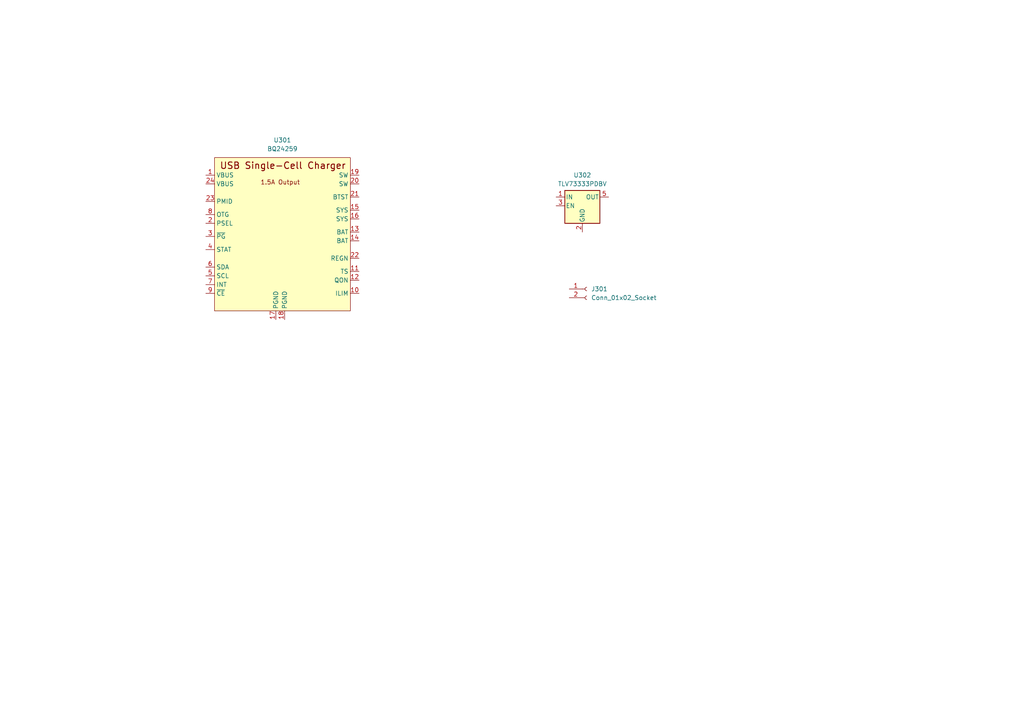
<source format=kicad_sch>
(kicad_sch (version 20250114) (generator "eeschema") (generator_version "9.0")
  (paper "A4")
  (lib_symbols
    (symbol "Connector:Conn_01x02_Socket" (pin_names (offset 1.016) (hide yes))
      (property "Reference" "J" (at 0 2.54 0))
      (property "Value" "Conn_01x02_Socket" (at 0 -5.08 0))
      (symbol "Conn_01x02_Socket_1_1"
        (polyline (pts (xy -1.27 0) (xy -0.508 0)) (stroke (width 0.1524)))
        (polyline (pts (xy -1.27 -2.54) (xy -0.508 -2.54)) (stroke (width 0.1524)))
        (arc (start 0 -0.508) (mid -0.5058 0) (end 0 0.508) (stroke (width 0.1524)))
        (arc (start 0 -3.048) (mid -0.5058 -2.54) (end 0 -2.032) (stroke (width 0.1524)))
        (pin passive line (at -5.08 0 0) (length 3.81) (name "Pin_1") (number "1"))
        (pin passive line (at -5.08 -2.54 0) (length 3.81) (name "Pin_2") (number "2"))
      )
    )
    (symbol "MP3-Player_Symbol_Libraries:BQ24259"
      (property "Reference" "U" (at 16.256 5.842 0))
      (property "Value" "BQ24259" (at 16.256 3.556 0))
      (symbol "BQ24259_1_1"
        (rectangle (start -19.05 2.54) (end 20.32 -41.91) (fill (type background)))
        (text "1.5A Output" (at 0 -4.572 0) (effects (font (size 1.27 1.27))))
        (text "USB Single-Cell Charger" (at 0.762 0.254 0) (effects (font (size 1.905 1.905) (thickness 0.254) (bold yes))))
        (pin power_in line (at -21.59 -2.54 0) (length 2.54) (name "VBUS") (number "1"))
        (pin power_in line (at -21.59 -5.08 0) (length 2.54) (name "VBUS") (number "24"))
        (pin power_out line (at -21.59 -10.16 0) (length 2.54) (name "PMID") (number "23"))
        (pin input line (at -21.59 -13.97 0) (length 2.54) (name "OTG") (number "8"))
        (pin input line (at -21.59 -16.51 0) (length 2.54) (name "PSEL") (number "2"))
        (pin output line (at -21.59 -20.32 0) (length 2.54) (name "~{PG}") (number "3"))
        (pin output line (at -21.59 -24.13 0) (length 2.54) (name "STAT") (number "4"))
        (pin bidirectional line (at -21.59 -29.21 0) (length 2.54) (name "SDA") (number "6"))
        (pin input line (at -21.59 -31.75 0) (length 2.54) (name "SCL") (number "5"))
        (pin output line (at -21.59 -34.29 0) (length 2.54) (name "INT") (number "7"))
        (pin input line (at -21.59 -36.83 0) (length 2.54) (name "~{CE}") (number "9"))
        (pin power_in line (at -1.27 -44.45 90) (length 2.54) (name "PGND") (number "17"))
        (pin power_in line (at 1.27 -44.45 90) (length 2.54) (name "PGND") (number "18"))
        (pin power_out line (at 22.86 -2.54 180) (length 2.54) (name "SW") (number "19"))
        (pin power_out line (at 22.86 -5.08 180) (length 2.54) (name "SW") (number "20"))
        (pin power_out line (at 22.86 -8.89 180) (length 2.54) (name "BTST") (number "21"))
        (pin input line (at 22.86 -12.7 180) (length 2.54) (name "SYS") (number "15"))
        (pin input line (at 22.86 -15.24 180) (length 2.54) (name "SYS") (number "16"))
        (pin power_out line (at 22.86 -19.05 180) (length 2.54) (name "BAT") (number "13"))
        (pin power_out line (at 22.86 -21.59 180) (length 2.54) (name "BAT") (number "14"))
        (pin power_out line (at 22.86 -26.67 180) (length 2.54) (name "REGN") (number "22"))
        (pin input line (at 22.86 -30.48 180) (length 2.54) (name "TS") (number "11"))
        (pin input line (at 22.86 -33.02 180) (length 2.54) (name "QON") (number "12"))
        (pin input line (at 22.86 -36.83 180) (length 2.54) (name "ILIM") (number "10"))
      )
    )
    (symbol "Regulator_Linear:TLV73333PDBV" (pin_names (offset 0.254))
      (property "Reference" "U" (at -3.81 5.715 0))
      (property "Value" "TLV73333PDBV" (at 0 5.715 0))
      (symbol "TLV73333PDBV_0_1"
        (rectangle (start -5.08 4.445) (end 5.08 -5.08) (stroke (width 0.254)) (fill (type background)))
      )
      (symbol "TLV73333PDBV_1_1"
        (pin power_in line (at -7.62 2.54 0) (length 2.54) (name "IN") (number "1"))
        (pin input line (at -7.62 0 0) (length 2.54) (name "EN") (number "3"))
        (pin power_in line (at 0 -7.62 90) (length 2.54) (name "GND") (number "2"))
        (pin no_connect line (at 5.08 0 180) (length 2.54) (hide yes) (name "NC") (number "4"))
        (pin power_out line (at 7.62 2.54 180) (length 2.54) (name "OUT") (number "5"))
      )
    )
  )
  (symbol (lib_id "Connector:Conn_01x02_Socket") (at 170.18 83.82 0) (unit 1)
    (property "Reference" "J301" (at 171.45 83.8199 0) (effects (justify left)))
    (property "Value" "Conn_01x02_Socket" (at 171.45 86.3599 0) (effects (justify left)))
    (property "Description" "Generic connector, single row, 01x02, script generated" (effects (hide yes)))
  )
  (symbol (lib_id "Regulator_Linear:TLV73333PDBV") (at 168.91 59.69 0) (unit 1)
    (property "Reference" "U302" (at 168.91 50.8 0))
    (property "Value" "TLV73333PDBV" (at 168.91 53.34 0))
    (property "Footprint" "Package_TO_SOT_SMD:SOT-23-5" (effects (hide yes)))
    (property "Datasheet" "http://www.ti.com/lit/ds/symlink/tlv733p.pdf" (effects (hide yes)))
    (property "Description" "300mA Capacitor-Free Low Dropout Voltage Regulator, Fixed Output 3.3V, SOT-23-5" (effects (hide yes)))
  )
  (symbol (lib_id "MP3-Player_Symbol_Libraries:BQ24259") (at 81.28 48.26 0) (unit 1)
    (property "Reference" "U301" (at 81.915 40.64 0))
    (property "Value" "BQ24259" (at 81.915 43.18 0))
  )
)
</source>
